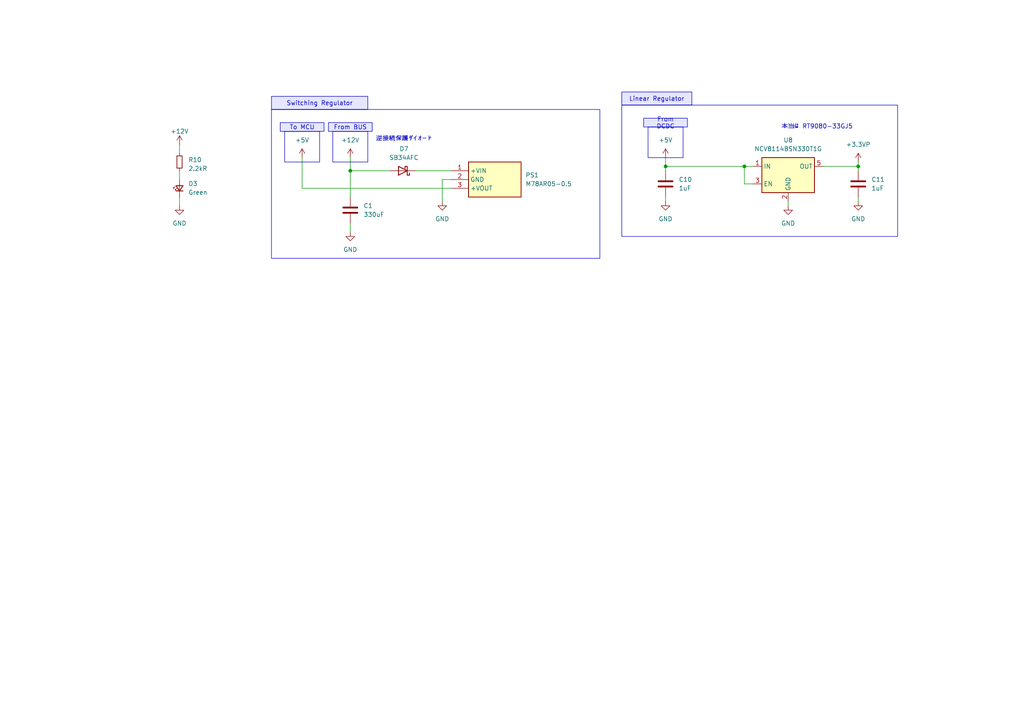
<source format=kicad_sch>
(kicad_sch (version 20250114) (generator "eeschema") (generator_version "9.0")
  (paper "A4")
  (lib_symbols
    (symbol "Device:C" (pin_numbers (hide yes)) (pin_names (offset 0.254))
      (property "Reference" "C" (at 0.635 2.54 0))
      (property "Value" "C" (at 0.635 -2.54 0))
      (symbol "C_0_1"
        (polyline (pts (xy -2.032 0.762) (xy 2.032 0.762)) (stroke (width 0.508)))
        (polyline (pts (xy -2.032 -0.762) (xy 2.032 -0.762)) (stroke (width 0.508)))
      )
      (symbol "C_1_1"
        (pin passive line (at 0 3.81 270) (length 2.794) (name "~") (number "1"))
        (pin passive line (at 0 -3.81 90) (length 2.794) (name "~") (number "2"))
      )
    )
    (symbol "Device:D_Schottky" (pin_numbers (hide yes)) (pin_names (offset 1.016) (hide yes))
      (property "Reference" "D" (at 0 2.54 0))
      (property "Value" "D_Schottky" (at 0 -2.54 0))
      (symbol "D_Schottky_0_1"
        (polyline (pts (xy -1.905 0.635) (xy -1.905 1.27) (xy -1.27 1.27) (xy -1.27 -1.27) (xy -0.635 -1.27) (xy -0.635 -0.635)) (stroke (width 0.254)))
        (polyline (pts (xy 1.27 1.27) (xy 1.27 -1.27) (xy -1.27 0) (xy 1.27 1.27)) (stroke (width 0.254)))
        (polyline (pts (xy 1.27 0) (xy -1.27 0)))
      )
      (symbol "D_Schottky_1_1"
        (pin passive line (at -3.81 0 0) (length 2.54) (name "K") (number "1"))
        (pin passive line (at 3.81 0 180) (length 2.54) (name "A") (number "2"))
      )
    )
    (symbol "Device:LED_Small" (pin_numbers (hide yes)) (pin_names (offset 0.254) (hide yes))
      (property "Reference" "D" (at -1.27 3.175 0))
      (property "Value" "LED_Small" (at -4.445 -2.54 0))
      (symbol "LED_Small_0_1"
        (polyline (pts (xy -0.762 -1.016) (xy -0.762 1.016)) (stroke (width 0.254)))
        (polyline (pts (xy 0 0.762) (xy -0.508 1.27) (xy -0.254 1.27) (xy -0.508 1.27) (xy -0.508 1.016)))
        (polyline (pts (xy 0.508 1.27) (xy 0 1.778) (xy 0.254 1.778) (xy 0 1.778) (xy 0 1.524)))
        (polyline (pts (xy 0.762 -1.016) (xy -0.762 0) (xy 0.762 1.016) (xy 0.762 -1.016)) (stroke (width 0.254)))
        (polyline (pts (xy 1.016 0) (xy -0.762 0)))
      )
      (symbol "LED_Small_1_1"
        (pin passive line (at -2.54 0 0) (length 1.778) (name "K") (number "1"))
        (pin passive line (at 2.54 0 180) (length 1.778) (name "A") (number "2"))
      )
    )
    (symbol "Device:R_Small" (pin_numbers (hide yes)) (pin_names (offset 0.254) (hide yes))
      (property "Reference" "R" (at 0.762 0.508 0))
      (property "Value" "R_Small" (at 0.762 -1.016 0))
      (symbol "R_Small_0_1"
        (rectangle (start -0.762 1.778) (end 0.762 -1.778) (stroke (width 0.2032)))
      )
      (symbol "R_Small_1_1"
        (pin passive line (at 0 2.54 270) (length 0.762) (name "~") (number "1"))
        (pin passive line (at 0 -2.54 90) (length 0.762) (name "~") (number "2"))
      )
    )
    (symbol "GND_1" (power) (pin_numbers (hide yes)) (pin_names (offset 0) (hide yes))
      (property "Value" "GND" (at 0 -3.81 0))
      (symbol "GND_1_0_1"
        (polyline (pts (xy 0 0) (xy 0 -1.27) (xy 1.27 -1.27) (xy 0 -2.54) (xy -1.27 -1.27) (xy 0 -1.27)))
      )
      (symbol "GND_1_1_1"
        (pin power_in line (at 0 0 270) (length 0) (name "~") (number "1"))
      )
    )
    (symbol "Regulator_Linear:NCV8114BSN330T1G"
      (property "Reference" "U" (at 0 8.89 0))
      (property "Value" "NCV8114BSN330T1G" (at 0 6.35 0))
      (symbol "NCV8114BSN330T1G_0_1"
        (rectangle (start -7.62 5.08) (end 7.62 -5.08) (stroke (width 0.254)) (fill (type background)))
      )
      (symbol "NCV8114BSN330T1G_1_1"
        (pin power_in line (at -10.16 2.54 0) (length 2.54) (name "IN") (number "1"))
        (pin input line (at -10.16 -2.54 0) (length 2.54) (name "EN") (number "3"))
        (pin power_in line (at 0 -7.62 90) (length 2.54) (name "GND") (number "2"))
        (pin no_connect line (at 7.62 -2.54 180) (length 2.54) (hide yes) (name "NC") (number "4"))
        (pin power_out line (at 10.16 2.54 180) (length 2.54) (name "OUT") (number "5"))
      )
    )
    (symbol "TSRP_IC:M78AR05-0.5"
      (property "Reference" "PS" (at 21.59 7.62 0))
      (property "Value" "M78AR05-0.5" (at 21.59 5.08 0))
      (symbol "M78AR05-0.5_1_1"
        (rectangle (start 5.08 2.54) (end 20.32 -7.62) (stroke (width 0.254)) (fill (type background)))
        (pin passive line (at 0 0 0) (length 5.08) (name "+VIN") (number "1"))
        (pin passive line (at 0 -2.54 0) (length 5.08) (name "GND") (number "2"))
        (pin passive line (at 0 -5.08 0) (length 5.08) (name "+VOUT") (number "3"))
      )
    )
    (symbol "power:+12V" (power) (pin_names (offset 0))
      (property "Value" "+12V" (at 0 3.556 0))
      (symbol "+12V_0_1"
        (polyline (pts (xy -0.762 1.27) (xy 0 2.54)))
        (polyline (pts (xy 0 2.54) (xy 0.762 1.27)))
        (polyline (pts (xy 0 0) (xy 0 2.54)))
      )
      (symbol "+12V_1_1"
        (pin power_in line (at 0 0 90) (length 0) (hide yes) (name "+12V") (number "1"))
      )
    )
    (symbol "power:+3.3VP" (power) (pin_numbers (hide yes)) (pin_names (offset 0) (hide yes))
      (property "Value" "+3.3VP" (at 0 3.556 0))
      (symbol "+3.3VP_0_0"
        (pin power_in line (at 0 0 90) (length 0) (name "~") (number "1"))
      )
      (symbol "+3.3VP_0_1"
        (polyline (pts (xy -0.762 1.27) (xy 0 2.54)))
        (polyline (pts (xy 0 2.54) (xy 0.762 1.27)))
        (polyline (pts (xy 0 0) (xy 0 2.54)))
      )
    )
    (symbol "power:+5V" (power) (pin_names (offset 0))
      (property "Value" "+5V" (at 0 3.556 0))
      (symbol "+5V_0_1"
        (polyline (pts (xy -0.762 1.27) (xy 0 2.54)))
        (polyline (pts (xy 0 2.54) (xy 0.762 1.27)))
        (polyline (pts (xy 0 0) (xy 0 2.54)))
      )
      (symbol "+5V_1_1"
        (pin power_in line (at 0 0 90) (length 0) (hide yes) (name "+5V") (number "1"))
      )
    )
    (symbol "power:GND" (power) (pin_names (offset 0))
      (property "Value" "GND" (at 0 -3.81 0))
      (symbol "GND_0_1"
        (polyline (pts (xy 0 0) (xy 0 -1.27) (xy 1.27 -1.27) (xy 0 -2.54) (xy -1.27 -1.27) (xy 0 -1.27)))
      )
      (symbol "GND_1_1"
        (pin power_in line (at 0 0 270) (length 0) (hide yes) (name "GND") (number "1"))
      )
    )
  )
  (rectangle (start 187.96 36.83) (end 198.12 45.72))
  (rectangle (start 180.34 30.48) (end 260.35 68.58))
  (rectangle (start 82.55 38.1) (end 92.71 46.99))
  (rectangle (start 96.52 38.1) (end 106.68 46.99))
  (rectangle (start 78.74 31.75) (end 173.99 74.93))
  (text "本当は RT9080-33GJ5" (at 236.982 36.83 0) (effects (font (size 1.27 1.27))))
  (text "逆接続保護ダイオード" (at 117.094 40.386 0) (effects (font (size 1.27 1.27))))
  (text_box "From BUS" (at 95.25 35.56 0) (size 12.7 2.54) (margins 0.9525 0.9525 0.9525 0.9525) (fill (type color) (color 0 0 255 0.1)) (effects (font (size 1.27 1.27))))
  (text_box "To MCU" (at 81.28 35.56 0) (size 12.7 2.54) (margins 0.9525 0.9525 0.9525 0.9525) (fill (type color) (color 0 0 255 0.1)) (effects (font (size 1.27 1.27))))
  (text_box "Switching Regulator" (at 78.74 27.94 0) (size 27.94 3.81) (margins 0.9525 0.9525 0.9525 0.9525) (fill (type color) (color 0 0 255 0.1)) (effects (font (size 1.27 1.27))))
  (text_box "Linear Regulator" (at 180.34 26.67 0) (size 20.32 3.81) (margins 0.9525 0.9525 0.9525 0.9525) (fill (type color) (color 0 0 255 0.1)) (effects (font (size 1.27 1.27))))
  (text_box "From DCDC" (at 186.69 34.29 0) (size 12.7 2.54) (margins 0.9525 0.9525 0.9525 0.9525) (fill (type color) (color 0 0 255 0.1)) (effects (font (size 1.27 1.27))))
  (junction (at 248.92 48.26))
  (junction (at 193.04 48.26))
  (junction (at 101.6 49.53))
  (junction (at 215.9 48.26))
  (wire (pts (xy 248.92 48.26) (xy 248.92 46.99)))
  (wire (pts (xy 130.81 52.07) (xy 128.27 52.07)))
  (wire (pts (xy 238.76 48.26) (xy 248.92 48.26)))
  (wire (pts (xy 101.6 45.72) (xy 101.6 49.53)))
  (wire (pts (xy 52.07 49.53) (xy 52.07 52.07)))
  (wire (pts (xy 215.9 48.26) (xy 193.04 48.26)))
  (wire (pts (xy 248.92 48.26) (xy 248.92 49.53)))
  (wire (pts (xy 248.92 57.15) (xy 248.92 58.42)))
  (wire (pts (xy 228.6 58.42) (xy 228.6 59.69)))
  (wire (pts (xy 215.9 53.34) (xy 218.44 53.34)))
  (wire (pts (xy 87.63 54.61) (xy 87.63 45.72)))
  (wire (pts (xy 193.04 57.15) (xy 193.04 58.42)))
  (wire (pts (xy 215.9 48.26) (xy 215.9 53.34)))
  (wire (pts (xy 52.07 41.91) (xy 52.07 44.45)))
  (wire (pts (xy 193.04 48.26) (xy 193.04 49.53)))
  (wire (pts (xy 218.44 48.26) (xy 215.9 48.26)))
  (wire (pts (xy 101.6 67.31) (xy 101.6 64.77)))
  (wire (pts (xy 120.65 49.53) (xy 130.81 49.53)))
  (wire (pts (xy 130.81 54.61) (xy 87.63 54.61)))
  (wire (pts (xy 101.6 49.53) (xy 113.03 49.53)))
  (wire (pts (xy 101.6 49.53) (xy 101.6 57.15)))
  (wire (pts (xy 128.27 52.07) (xy 128.27 58.42)))
  (wire (pts (xy 193.04 48.26) (xy 193.04 45.72)))
  (wire (pts (xy 52.07 57.15) (xy 52.07 59.69)))
  (symbol (lib_id "Device:C") (at 193.04 53.34 0) (unit 1)
    (property "Reference" "C10" (at 196.85 52.0699 0) (effects (justify left)))
    (property "Value" "1uF" (at 196.85 54.6099 0) (effects (justify left)))
    (property "Footprint" "Capacitor_SMD:C_0805_2012Metric_Pad1.18x1.45mm_HandSolder" (effects (hide yes)))
    (property "Datasheet" "https://akizukidenshi.com/catalog/g/g113699/" (effects (hide yes)))
    (property "Description" "Unpolarized capacitor" (effects (hide yes)))
  )
  (symbol (lib_id "Device:C") (at 101.6 60.96 180) (unit 1)
    (property "Reference" "C1" (at 105.41 59.6899 0) (effects (justify right)))
    (property "Value" "330uF" (at 105.41 62.2299 0) (effects (justify right)))
    (property "Footprint" "Capacitor_SMD:CP_Elec_10x10" (effects (hide yes)))
    (property "Description" "Unpolarized capacitor" (effects (hide yes)))
  )
  (symbol (lib_id "power:GND") (at 248.92 58.42 0) (unit 1)
    (property "Reference" "#PWR064" (effects (hide yes)))
    (property "Value" "GND" (at 248.92 63.5 0))
    (property "Description" "Power symbol creates a global label with name \"GND\" , ground" (effects (hide yes)))
  )
  (symbol (lib_id "Device:C") (at 248.92 53.34 0) (unit 1)
    (property "Reference" "C11" (at 252.73 52.0699 0) (effects (justify left)))
    (property "Value" "1uF" (at 252.73 54.6099 0) (effects (justify left)))
    (property "Footprint" "Capacitor_SMD:C_0805_2012Metric_Pad1.18x1.45mm_HandSolder" (effects (hide yes)))
    (property "Datasheet" "https://akizukidenshi.com/catalog/g/g113699/" (effects (hide yes)))
    (property "Description" "Unpolarized capacitor" (effects (hide yes)))
  )
  (symbol (lib_id "power:+3.3VP") (at 248.92 46.99 0) (unit 1)
    (property "Reference" "#PWR09" (effects (hide yes)))
    (property "Value" "+3.3VP" (at 248.92 41.91 0))
    (property "Description" "Power symbol creates a global label with name \"+3.3VP\"" (effects (hide yes)))
  )
  (symbol (lib_id "power:GND") (at 228.6 59.69 0) (unit 1)
    (property "Reference" "#PWR062" (effects (hide yes)))
    (property "Value" "GND" (at 228.6 64.77 0))
    (property "Description" "Power symbol creates a global label with name \"GND\" , ground" (effects (hide yes)))
  )
  (symbol (lib_name "GND_1") (lib_id "power:GND") (at 101.6 67.31 0) (unit 1)
    (property "Reference" "#PWR016" (effects (hide yes)))
    (property "Value" "GND" (at 101.6 72.39 0))
    (property "Description" "Power symbol creates a global label with name \"GND\" , ground" (effects (hide yes)))
  )
  (symbol (lib_id "power:+5V") (at 193.04 45.72 0) (unit 1)
    (property "Reference" "#PWR060" (effects (hide yes)))
    (property "Value" "+5V" (at 193.04 40.64 0))
    (property "Description" "Power symbol creates a global label with name \"+5V\"" (effects (hide yes)))
  )
  (symbol (lib_id "power:+12V") (at 101.6 45.72 0) (unit 1)
    (property "Reference" "#PWR058" (effects (hide yes)))
    (property "Value" "+12V" (at 101.6 40.64 0))
    (property "Description" "Power symbol creates a global label with name \"+12V\"" (effects (hide yes)))
  )
  (symbol (lib_id "power:GND") (at 128.27 58.42 0) (unit 1)
    (property "Reference" "#PWR059" (effects (hide yes)))
    (property "Value" "GND" (at 128.27 63.5 0))
    (property "Description" "Power symbol creates a global label with name \"GND\" , ground" (effects (hide yes)))
  )
  (symbol (lib_id "power:GND") (at 193.04 58.42 0) (unit 1)
    (property "Reference" "#PWR061" (effects (hide yes)))
    (property "Value" "GND" (at 193.04 63.5 0))
    (property "Description" "Power symbol creates a global label with name \"GND\" , ground" (effects (hide yes)))
  )
  (symbol (lib_id "Device:R_Small") (at 52.07 46.99 0) (unit 1)
    (property "Reference" "R10" (at 54.61 46.355 0) (effects (justify left)))
    (property "Value" "2.2kR" (at 54.61 48.895 0) (effects (justify left)))
    (property "Footprint" "Resistor_SMD:R_0603_1608Metric_Pad0.98x0.95mm_HandSolder" (effects (hide yes)))
    (property "Datasheet" "https://akizukidenshi.com/catalog/g/gI-03978/" (effects (hide yes)))
  )
  (symbol (lib_id "power:+5V") (at 87.63 45.72 0) (unit 1)
    (property "Reference" "#PWR057" (effects (hide yes)))
    (property "Value" "+5V" (at 87.63 40.64 0))
    (property "Description" "Power symbol creates a global label with name \"+5V\"" (effects (hide yes)))
  )
  (symbol (lib_id "power:+12V") (at 52.07 41.91 0) (unit 1)
    (property "Reference" "#PWR014" (effects (hide yes)))
    (property "Value" "+12V" (at 52.07 38.1 0))
  )
  (symbol (lib_id "power:GND") (at 52.07 59.69 0) (unit 1)
    (property "Reference" "#PWR015" (effects (hide yes)))
    (property "Value" "GND" (at 52.07 64.77 0))
  )
  (symbol (lib_id "Device:D_Schottky") (at 116.84 49.53 180) (unit 1)
    (property "Reference" "D7" (at 117.1575 43.18 0))
    (property "Value" "SB34AFC" (at 117.1575 45.72 0))
    (property "Footprint" "Diode_SMD:D_SMA_Handsoldering" (effects (hide yes)))
    (property "Datasheet" "https://akizukidenshi.com/catalog/g/g117502/" (effects (hide yes)))
    (property "Description" "Schottky diode" (effects (hide yes)))
  )
  (symbol (lib_id "Regulator_Linear:NCV8114BSN330T1G") (at 228.6 50.8 0) (unit 1)
    (property "Reference" "U8" (at 228.6 40.64 0))
    (property "Value" "NCV8114BSN330T1G" (at 228.6 43.18 0))
    (property "Footprint" "Package_TO_SOT_SMD:TSOT-23-5" (effects (hide yes)))
    (property "Datasheet" "https://akizukidenshi.com/goodsaffix/DS9080-08.pdf" (effects (hide yes)))
    (property "Description" "300mA, Low Noise, Linear Regulator without output active discharge function, 1.7-5.5V input voltage range, 3.3V fixed positive output, TSOT-23-5" (effects (hide yes)))
  )
  (symbol (lib_id "Device:LED_Small") (at 52.07 54.61 90) (unit 1)
    (property "Reference" "D3" (at 54.61 53.2764 90) (effects (justify right)))
    (property "Value" "Green" (at 54.61 55.8164 90) (effects (justify right)))
    (property "Footprint" "LED_SMD:LED_0603_1608Metric_Pad1.05x0.95mm_HandSolder" (effects (hide yes)))
    (property "Datasheet" "https://akizukidenshi.com/catalog/g/gI-03978/" (effects (hide yes)))
  )
  (symbol (lib_id "TSRP_IC:M78AR05-0.5") (at 130.81 49.53 0) (unit 1)
    (property "Reference" "PS1" (at 152.4 50.7999 0) (effects (justify left)))
    (property "Value" "M78AR05-0.5" (at 152.4 53.3399 0) (effects (justify left)))
    (property "Footprint" "TSRP_IC:M78AR03305" (effects (hide yes)))
    (property "Datasheet" "https://www.minmaxpower.com/storage/media/Product-MINMAX/M78AR-0.5/M78AR-0.5_Datasheet.pdf" (effects (hide yes)))
    (property "Description" "The M78AR-0.5 series is a new range of switching regulators designed as a drop-in replacement for old LM78xx linear regulators with low efficiency.The very high efficiency of these step-down converters allow an operating temperature up to 80 at full-load without need of any heatsink. The regulators come in a package which fits in the standard TO-220 footprint of linear regulators." (effects (hide yes)))
    (property "Height" "10.7" (effects (hide yes)))
    (property "Manufacturer_Name" "Minmax" (effects (hide yes)))
    (property "Manufacturer_Part_Number" "M78AR05-0.5" (effects (hide yes)))
  )
)
</source>
